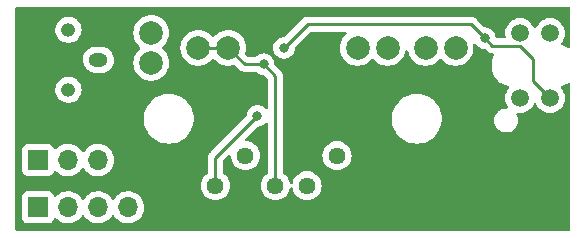
<source format=gbl>
%TF.GenerationSoftware,KiCad,Pcbnew,6.0.2+dfsg-1*%
%TF.CreationDate,2022-08-15T18:10:51-04:00*%
%TF.ProjectId,titan_wheel,74697461-6e5f-4776-9865-656c2e6b6963,1*%
%TF.SameCoordinates,Original*%
%TF.FileFunction,Copper,L2,Bot*%
%TF.FilePolarity,Positive*%
%FSLAX46Y46*%
G04 Gerber Fmt 4.6, Leading zero omitted, Abs format (unit mm)*
G04 Created by KiCad (PCBNEW 6.0.2+dfsg-1) date 2022-08-15 18:10:51*
%MOMM*%
%LPD*%
G01*
G04 APERTURE LIST*
%TA.AperFunction,ComponentPad*%
%ADD10C,2.000000*%
%TD*%
%TA.AperFunction,ComponentPad*%
%ADD11C,1.440000*%
%TD*%
%TA.AperFunction,ComponentPad*%
%ADD12R,1.700000X1.700000*%
%TD*%
%TA.AperFunction,ComponentPad*%
%ADD13O,1.700000X1.700000*%
%TD*%
%TA.AperFunction,ComponentPad*%
%ADD14C,1.500000*%
%TD*%
%TA.AperFunction,ComponentPad*%
%ADD15O,1.600000X1.200000*%
%TD*%
%TA.AperFunction,ComponentPad*%
%ADD16O,1.200000X1.200000*%
%TD*%
%TA.AperFunction,ViaPad*%
%ADD17C,0.800000*%
%TD*%
%TA.AperFunction,Conductor*%
%ADD18C,0.250000*%
%TD*%
G04 APERTURE END LIST*
D10*
X157770000Y-43000000D03*
X155230000Y-43000000D03*
D11*
X150275000Y-54675000D03*
X147735000Y-52135000D03*
X145195000Y-54675000D03*
D12*
X122425000Y-56500000D03*
D13*
X124965000Y-56500000D03*
X127505000Y-56500000D03*
X130045000Y-56500000D03*
X132585000Y-56500000D03*
D10*
X132000000Y-41730000D03*
X132000000Y-44270000D03*
D11*
X142525000Y-54675000D03*
X139985000Y-52135000D03*
X137445000Y-54675000D03*
D10*
X135980000Y-43000000D03*
X138520000Y-43000000D03*
X152020000Y-43000000D03*
X149480000Y-43000000D03*
D12*
X122425000Y-52500000D03*
D13*
X124965000Y-52500000D03*
X127505000Y-52500000D03*
X130045000Y-52500000D03*
D14*
X165770000Y-41750000D03*
X163230000Y-41750000D03*
X165770000Y-47250000D03*
X163230000Y-47250000D03*
D15*
X127540000Y-44000000D03*
D16*
X125000000Y-46540000D03*
X122460000Y-44000000D03*
X125000000Y-41460000D03*
D17*
X141525000Y-44385000D03*
X165750000Y-52325000D03*
X165825000Y-56250000D03*
X160250000Y-43825000D03*
X147225000Y-47500000D03*
X143250000Y-43000000D03*
X160250000Y-42175000D03*
X141000000Y-48750000D03*
D18*
X139905000Y-44385000D02*
X141525000Y-44385000D01*
X142525000Y-45385000D02*
X141525000Y-44385000D01*
X135980000Y-43000000D02*
X138520000Y-43000000D01*
X138520000Y-43000000D02*
X139905000Y-44385000D01*
X142525000Y-54675000D02*
X142525000Y-45385000D01*
X165825000Y-56250000D02*
X165825000Y-52400000D01*
X165825000Y-52400000D02*
X165750000Y-52325000D01*
X164304511Y-45784511D02*
X164304511Y-43907090D01*
X143250000Y-43000000D02*
X145250000Y-41000000D01*
X159075000Y-41000000D02*
X157000000Y-41000000D01*
X145250000Y-41000000D02*
X157000000Y-41000000D01*
X165770000Y-47250000D02*
X164304511Y-45784511D01*
X160899511Y-42824511D02*
X160250000Y-42175000D01*
X163221932Y-42824511D02*
X160899511Y-42824511D01*
X160250000Y-42175000D02*
X159075000Y-41000000D01*
X164304511Y-43907090D02*
X163221932Y-42824511D01*
X137445000Y-52305000D02*
X141000000Y-48750000D01*
X137445000Y-54675000D02*
X137445000Y-52305000D01*
%TA.AperFunction,Conductor*%
G36*
X167434121Y-39528002D02*
G01*
X167480614Y-39581658D01*
X167492000Y-39634000D01*
X167492000Y-42881766D01*
X167471998Y-42949887D01*
X167418342Y-42996380D01*
X167348068Y-43006484D01*
X167300635Y-42989485D01*
X167204578Y-42931196D01*
X167204574Y-42931194D01*
X167200581Y-42928771D01*
X166959545Y-42827697D01*
X166785572Y-42783513D01*
X166724470Y-42747358D01*
X166692616Y-42683909D01*
X166700121Y-42613310D01*
X166727492Y-42572295D01*
X166737749Y-42562038D01*
X166752737Y-42540634D01*
X166860899Y-42386162D01*
X166860900Y-42386160D01*
X166864056Y-42381653D01*
X166866379Y-42376671D01*
X166866382Y-42376666D01*
X166947751Y-42202167D01*
X166957120Y-42182076D01*
X167014115Y-41969371D01*
X167033307Y-41750000D01*
X167014115Y-41530629D01*
X166957120Y-41317924D01*
X166912868Y-41223026D01*
X166866382Y-41123334D01*
X166866379Y-41123329D01*
X166864056Y-41118347D01*
X166814526Y-41047611D01*
X166740908Y-40942473D01*
X166740906Y-40942470D01*
X166737749Y-40937962D01*
X166582038Y-40782251D01*
X166401654Y-40655944D01*
X166202076Y-40562880D01*
X165989371Y-40505885D01*
X165770000Y-40486693D01*
X165550629Y-40505885D01*
X165337924Y-40562880D01*
X165255099Y-40601502D01*
X165143334Y-40653618D01*
X165143329Y-40653621D01*
X165138347Y-40655944D01*
X165133840Y-40659100D01*
X165133838Y-40659101D01*
X164962473Y-40779092D01*
X164962470Y-40779094D01*
X164957962Y-40782251D01*
X164802251Y-40937962D01*
X164799094Y-40942470D01*
X164799092Y-40942473D01*
X164725474Y-41047611D01*
X164675944Y-41118347D01*
X164673621Y-41123329D01*
X164673618Y-41123334D01*
X164630728Y-41215313D01*
X164616187Y-41246498D01*
X164614195Y-41250769D01*
X164567278Y-41304054D01*
X164499001Y-41323515D01*
X164431041Y-41302973D01*
X164385805Y-41250769D01*
X164383814Y-41246498D01*
X164369272Y-41215313D01*
X164326382Y-41123334D01*
X164326379Y-41123329D01*
X164324056Y-41118347D01*
X164274526Y-41047611D01*
X164200908Y-40942473D01*
X164200906Y-40942470D01*
X164197749Y-40937962D01*
X164042038Y-40782251D01*
X163861654Y-40655944D01*
X163662076Y-40562880D01*
X163449371Y-40505885D01*
X163230000Y-40486693D01*
X163010629Y-40505885D01*
X162797924Y-40562880D01*
X162715099Y-40601502D01*
X162603334Y-40653618D01*
X162603329Y-40653621D01*
X162598347Y-40655944D01*
X162593840Y-40659100D01*
X162593838Y-40659101D01*
X162422473Y-40779092D01*
X162422470Y-40779094D01*
X162417962Y-40782251D01*
X162262251Y-40937962D01*
X162259094Y-40942470D01*
X162259092Y-40942473D01*
X162185474Y-41047611D01*
X162135944Y-41118347D01*
X162133621Y-41123329D01*
X162133618Y-41123334D01*
X162087132Y-41223026D01*
X162042880Y-41317924D01*
X161985885Y-41530629D01*
X161966693Y-41750000D01*
X161985885Y-41969371D01*
X161987308Y-41974681D01*
X161987310Y-41974691D01*
X162002773Y-42032399D01*
X162001084Y-42103375D01*
X161961291Y-42162171D01*
X161896027Y-42190120D01*
X161881067Y-42191011D01*
X161278638Y-42191011D01*
X161210517Y-42171009D01*
X161164024Y-42117353D01*
X161153328Y-42078181D01*
X161152842Y-42073552D01*
X161143542Y-41985072D01*
X161084527Y-41803444D01*
X161070435Y-41779035D01*
X160992341Y-41643774D01*
X160989040Y-41638056D01*
X160980331Y-41628383D01*
X160865675Y-41501045D01*
X160865674Y-41501044D01*
X160861253Y-41496134D01*
X160706752Y-41383882D01*
X160700724Y-41381198D01*
X160700722Y-41381197D01*
X160538319Y-41308891D01*
X160538318Y-41308891D01*
X160532288Y-41306206D01*
X160438888Y-41286353D01*
X160351944Y-41267872D01*
X160351939Y-41267872D01*
X160345487Y-41266500D01*
X160289595Y-41266500D01*
X160221474Y-41246498D01*
X160200499Y-41229595D01*
X159578647Y-40607742D01*
X159571113Y-40599463D01*
X159567000Y-40592982D01*
X159517348Y-40546356D01*
X159514507Y-40543602D01*
X159494770Y-40523865D01*
X159491573Y-40521385D01*
X159482551Y-40513680D01*
X159477605Y-40509035D01*
X159450321Y-40483414D01*
X159443375Y-40479595D01*
X159443372Y-40479593D01*
X159432566Y-40473652D01*
X159416047Y-40462801D01*
X159415583Y-40462441D01*
X159400041Y-40450386D01*
X159392772Y-40447241D01*
X159392768Y-40447238D01*
X159359463Y-40432826D01*
X159348813Y-40427609D01*
X159310060Y-40406305D01*
X159290437Y-40401267D01*
X159271734Y-40394863D01*
X159260420Y-40389967D01*
X159260419Y-40389967D01*
X159253145Y-40386819D01*
X159245322Y-40385580D01*
X159245312Y-40385577D01*
X159209476Y-40379901D01*
X159197856Y-40377495D01*
X159162711Y-40368472D01*
X159162710Y-40368472D01*
X159155030Y-40366500D01*
X159134776Y-40366500D01*
X159115065Y-40364949D01*
X159102886Y-40363020D01*
X159095057Y-40361780D01*
X159065786Y-40364547D01*
X159051039Y-40365941D01*
X159039181Y-40366500D01*
X145328767Y-40366500D01*
X145317584Y-40365973D01*
X145310091Y-40364298D01*
X145302165Y-40364547D01*
X145302164Y-40364547D01*
X145242014Y-40366438D01*
X145238055Y-40366500D01*
X145210144Y-40366500D01*
X145206210Y-40366997D01*
X145206209Y-40366997D01*
X145206144Y-40367005D01*
X145194307Y-40367938D01*
X145162490Y-40368938D01*
X145158029Y-40369078D01*
X145150110Y-40369327D01*
X145132454Y-40374456D01*
X145130658Y-40374978D01*
X145111306Y-40378986D01*
X145104350Y-40379865D01*
X145091203Y-40381526D01*
X145083834Y-40384443D01*
X145083832Y-40384444D01*
X145050097Y-40397800D01*
X145038869Y-40401645D01*
X144996407Y-40413982D01*
X144989584Y-40418017D01*
X144989582Y-40418018D01*
X144978972Y-40424293D01*
X144961224Y-40432988D01*
X144942383Y-40440448D01*
X144935967Y-40445110D01*
X144935966Y-40445110D01*
X144906613Y-40466436D01*
X144896693Y-40472952D01*
X144865465Y-40491420D01*
X144865462Y-40491422D01*
X144858638Y-40495458D01*
X144844317Y-40509779D01*
X144829284Y-40522619D01*
X144812893Y-40534528D01*
X144792348Y-40559363D01*
X144784702Y-40568605D01*
X144776712Y-40577384D01*
X143299500Y-42054595D01*
X143237188Y-42088621D01*
X143210405Y-42091500D01*
X143154513Y-42091500D01*
X143148061Y-42092872D01*
X143148056Y-42092872D01*
X143064730Y-42110584D01*
X142967712Y-42131206D01*
X142961682Y-42133891D01*
X142961681Y-42133891D01*
X142799278Y-42206197D01*
X142799276Y-42206198D01*
X142793248Y-42208882D01*
X142638747Y-42321134D01*
X142634326Y-42326044D01*
X142634325Y-42326045D01*
X142531160Y-42440622D01*
X142510960Y-42463056D01*
X142466170Y-42540634D01*
X142424211Y-42613310D01*
X142415473Y-42628444D01*
X142356458Y-42810072D01*
X142355768Y-42816633D01*
X142355768Y-42816635D01*
X142343610Y-42932314D01*
X142336496Y-43000000D01*
X142356458Y-43189928D01*
X142415473Y-43371556D01*
X142418776Y-43377278D01*
X142418777Y-43377279D01*
X142442406Y-43418206D01*
X142510960Y-43536944D01*
X142515378Y-43541851D01*
X142515379Y-43541852D01*
X142596552Y-43632004D01*
X142638747Y-43678866D01*
X142793248Y-43791118D01*
X142799276Y-43793802D01*
X142799278Y-43793803D01*
X142911691Y-43843852D01*
X142967712Y-43868794D01*
X143061112Y-43888647D01*
X143148056Y-43907128D01*
X143148061Y-43907128D01*
X143154513Y-43908500D01*
X143345487Y-43908500D01*
X143351939Y-43907128D01*
X143351944Y-43907128D01*
X143438888Y-43888647D01*
X143532288Y-43868794D01*
X143588309Y-43843852D01*
X143700722Y-43793803D01*
X143700724Y-43793802D01*
X143706752Y-43791118D01*
X143861253Y-43678866D01*
X143903448Y-43632004D01*
X143984621Y-43541852D01*
X143984622Y-43541851D01*
X143989040Y-43536944D01*
X144057594Y-43418206D01*
X144081223Y-43377279D01*
X144081224Y-43377278D01*
X144084527Y-43371556D01*
X144143542Y-43189928D01*
X144160907Y-43024706D01*
X144187920Y-42959050D01*
X144197122Y-42948782D01*
X145475500Y-41670405D01*
X145537812Y-41636379D01*
X145564595Y-41633500D01*
X148415686Y-41633500D01*
X148483807Y-41653502D01*
X148530300Y-41707158D01*
X148540404Y-41777432D01*
X148510910Y-41842012D01*
X148497516Y-41855311D01*
X148413792Y-41926818D01*
X148413787Y-41926823D01*
X148410031Y-41930031D01*
X148255824Y-42110584D01*
X148253245Y-42114792D01*
X148253241Y-42114798D01*
X148169852Y-42250877D01*
X148131760Y-42313037D01*
X148129867Y-42317607D01*
X148129865Y-42317611D01*
X148047490Y-42516483D01*
X148040895Y-42532406D01*
X148031655Y-42570894D01*
X147986976Y-42756997D01*
X147985465Y-42763289D01*
X147966835Y-43000000D01*
X147985465Y-43236711D01*
X147986619Y-43241518D01*
X147986620Y-43241524D01*
X148016329Y-43365271D01*
X148040895Y-43467594D01*
X148042788Y-43472165D01*
X148042789Y-43472167D01*
X148111258Y-43637466D01*
X148131760Y-43686963D01*
X148134346Y-43691183D01*
X148253241Y-43885202D01*
X148253245Y-43885208D01*
X148255824Y-43889416D01*
X148410031Y-44069969D01*
X148590584Y-44224176D01*
X148594792Y-44226755D01*
X148594798Y-44226759D01*
X148782352Y-44341692D01*
X148793037Y-44348240D01*
X148797607Y-44350133D01*
X148797611Y-44350135D01*
X148958945Y-44416961D01*
X149012406Y-44439105D01*
X149090601Y-44457878D01*
X149238476Y-44493380D01*
X149238482Y-44493381D01*
X149243289Y-44494535D01*
X149480000Y-44513165D01*
X149716711Y-44494535D01*
X149721518Y-44493381D01*
X149721524Y-44493380D01*
X149869399Y-44457878D01*
X149947594Y-44439105D01*
X150001055Y-44416961D01*
X150162389Y-44350135D01*
X150162393Y-44350133D01*
X150166963Y-44348240D01*
X150177648Y-44341692D01*
X150365202Y-44226759D01*
X150365208Y-44226755D01*
X150369416Y-44224176D01*
X150549969Y-44069969D01*
X150553177Y-44066213D01*
X150553182Y-44066208D01*
X150654189Y-43947944D01*
X150713639Y-43909134D01*
X150784634Y-43908628D01*
X150845811Y-43947944D01*
X150946818Y-44066208D01*
X150946823Y-44066213D01*
X150950031Y-44069969D01*
X151130584Y-44224176D01*
X151134792Y-44226755D01*
X151134798Y-44226759D01*
X151322352Y-44341692D01*
X151333037Y-44348240D01*
X151337607Y-44350133D01*
X151337611Y-44350135D01*
X151498945Y-44416961D01*
X151552406Y-44439105D01*
X151630601Y-44457878D01*
X151778476Y-44493380D01*
X151778482Y-44493381D01*
X151783289Y-44494535D01*
X152020000Y-44513165D01*
X152256711Y-44494535D01*
X152261518Y-44493381D01*
X152261524Y-44493380D01*
X152409399Y-44457878D01*
X152487594Y-44439105D01*
X152541055Y-44416961D01*
X152702389Y-44350135D01*
X152702393Y-44350133D01*
X152706963Y-44348240D01*
X152717648Y-44341692D01*
X152905202Y-44226759D01*
X152905208Y-44226755D01*
X152909416Y-44224176D01*
X153089969Y-44069969D01*
X153244176Y-43889416D01*
X153246755Y-43885208D01*
X153246759Y-43885202D01*
X153365654Y-43691183D01*
X153368240Y-43686963D01*
X153388743Y-43637466D01*
X153457211Y-43472167D01*
X153457212Y-43472165D01*
X153459105Y-43467594D01*
X153502481Y-43286920D01*
X153537833Y-43225351D01*
X153600860Y-43192668D01*
X153671551Y-43199249D01*
X153727462Y-43243003D01*
X153747519Y-43286920D01*
X153790895Y-43467594D01*
X153792788Y-43472165D01*
X153792789Y-43472167D01*
X153861258Y-43637466D01*
X153881760Y-43686963D01*
X153884346Y-43691183D01*
X154003241Y-43885202D01*
X154003245Y-43885208D01*
X154005824Y-43889416D01*
X154160031Y-44069969D01*
X154340584Y-44224176D01*
X154344792Y-44226755D01*
X154344798Y-44226759D01*
X154532352Y-44341692D01*
X154543037Y-44348240D01*
X154547607Y-44350133D01*
X154547611Y-44350135D01*
X154708945Y-44416961D01*
X154762406Y-44439105D01*
X154840601Y-44457878D01*
X154988476Y-44493380D01*
X154988482Y-44493381D01*
X154993289Y-44494535D01*
X155230000Y-44513165D01*
X155466711Y-44494535D01*
X155471518Y-44493381D01*
X155471524Y-44493380D01*
X155619399Y-44457878D01*
X155697594Y-44439105D01*
X155751055Y-44416961D01*
X155912389Y-44350135D01*
X155912393Y-44350133D01*
X155916963Y-44348240D01*
X155927648Y-44341692D01*
X156115202Y-44226759D01*
X156115208Y-44226755D01*
X156119416Y-44224176D01*
X156299969Y-44069969D01*
X156303177Y-44066213D01*
X156303182Y-44066208D01*
X156404189Y-43947944D01*
X156463639Y-43909134D01*
X156534634Y-43908628D01*
X156595811Y-43947944D01*
X156696818Y-44066208D01*
X156696823Y-44066213D01*
X156700031Y-44069969D01*
X156880584Y-44224176D01*
X156884792Y-44226755D01*
X156884798Y-44226759D01*
X157072352Y-44341692D01*
X157083037Y-44348240D01*
X157087607Y-44350133D01*
X157087611Y-44350135D01*
X157248945Y-44416961D01*
X157302406Y-44439105D01*
X157380601Y-44457878D01*
X157528476Y-44493380D01*
X157528482Y-44493381D01*
X157533289Y-44494535D01*
X157770000Y-44513165D01*
X158006711Y-44494535D01*
X158011518Y-44493381D01*
X158011524Y-44493380D01*
X158159399Y-44457878D01*
X158237594Y-44439105D01*
X158291055Y-44416961D01*
X158452389Y-44350135D01*
X158452393Y-44350133D01*
X158456963Y-44348240D01*
X158467648Y-44341692D01*
X158655202Y-44226759D01*
X158655208Y-44226755D01*
X158659416Y-44224176D01*
X158839969Y-44069969D01*
X158994176Y-43889416D01*
X158996755Y-43885208D01*
X158996759Y-43885202D01*
X159115654Y-43691183D01*
X159118240Y-43686963D01*
X159138743Y-43637466D01*
X159207211Y-43472167D01*
X159207212Y-43472165D01*
X159209105Y-43467594D01*
X159233671Y-43365271D01*
X159263380Y-43241524D01*
X159263381Y-43241518D01*
X159264535Y-43236711D01*
X159283165Y-43000000D01*
X159264652Y-42764777D01*
X159279248Y-42695298D01*
X159329090Y-42644739D01*
X159398355Y-42629152D01*
X159465051Y-42653487D01*
X159499383Y-42691892D01*
X159510960Y-42711944D01*
X159515378Y-42716851D01*
X159515379Y-42716852D01*
X159554241Y-42760013D01*
X159638747Y-42853866D01*
X159710473Y-42905978D01*
X159749810Y-42934558D01*
X159793248Y-42966118D01*
X159799276Y-42968802D01*
X159799278Y-42968803D01*
X159926881Y-43025615D01*
X159967712Y-43043794D01*
X160044877Y-43060196D01*
X160148056Y-43082128D01*
X160148061Y-43082128D01*
X160154513Y-43083500D01*
X160210406Y-43083500D01*
X160278527Y-43103502D01*
X160299501Y-43120405D01*
X160395854Y-43216758D01*
X160403398Y-43225048D01*
X160407511Y-43231529D01*
X160413288Y-43236954D01*
X160457178Y-43278169D01*
X160460020Y-43280924D01*
X160479741Y-43300645D01*
X160482936Y-43303123D01*
X160491958Y-43310829D01*
X160524190Y-43341097D01*
X160531139Y-43344917D01*
X160541943Y-43350857D01*
X160558467Y-43361710D01*
X160574470Y-43374124D01*
X160615054Y-43391687D01*
X160625684Y-43396894D01*
X160664451Y-43418206D01*
X160672128Y-43420177D01*
X160672133Y-43420179D01*
X160684069Y-43423243D01*
X160702777Y-43429648D01*
X160721366Y-43437692D01*
X160729194Y-43438932D01*
X160729201Y-43438934D01*
X160765035Y-43444610D01*
X160776655Y-43447016D01*
X160811800Y-43456039D01*
X160819481Y-43458011D01*
X160839735Y-43458011D01*
X160859445Y-43459562D01*
X160879454Y-43462731D01*
X160887346Y-43461985D01*
X160923472Y-43458570D01*
X160935330Y-43458011D01*
X160950434Y-43458011D01*
X161018555Y-43478013D01*
X161065048Y-43531669D01*
X161075152Y-43601943D01*
X161063440Y-43639739D01*
X160977190Y-43814638D01*
X160964975Y-43839407D01*
X160885293Y-44088335D01*
X160843279Y-44346307D01*
X160843218Y-44350980D01*
X160840618Y-44549632D01*
X160839858Y-44607655D01*
X160875104Y-44866638D01*
X160876412Y-44871124D01*
X160876412Y-44871126D01*
X160893502Y-44929758D01*
X160948243Y-45117567D01*
X161057668Y-45354928D01*
X161060231Y-45358837D01*
X161198410Y-45569596D01*
X161198414Y-45569601D01*
X161200976Y-45573509D01*
X161375018Y-45768506D01*
X161575970Y-45935637D01*
X161605740Y-45953702D01*
X161795422Y-46068804D01*
X161795426Y-46068806D01*
X161799419Y-46071229D01*
X162040455Y-46172303D01*
X162044983Y-46173453D01*
X162214428Y-46216487D01*
X162275530Y-46252642D01*
X162307384Y-46316091D01*
X162299879Y-46386690D01*
X162272508Y-46427705D01*
X162262251Y-46437962D01*
X162259094Y-46442470D01*
X162259092Y-46442473D01*
X162152603Y-46594555D01*
X162135944Y-46618347D01*
X162133621Y-46623329D01*
X162133618Y-46623334D01*
X162093960Y-46708383D01*
X162042880Y-46817924D01*
X161985885Y-47030629D01*
X161966693Y-47250000D01*
X161985885Y-47469371D01*
X162042880Y-47682076D01*
X162045205Y-47687061D01*
X162133618Y-47876666D01*
X162133621Y-47876671D01*
X162135944Y-47881653D01*
X162139100Y-47886160D01*
X162139101Y-47886162D01*
X162179060Y-47943229D01*
X162201748Y-48010503D01*
X162184463Y-48079364D01*
X162132693Y-48127948D01*
X162075847Y-48141500D01*
X162000231Y-48141500D01*
X161997175Y-48141800D01*
X161997168Y-48141800D01*
X161938660Y-48147537D01*
X161853167Y-48155920D01*
X161847266Y-48157702D01*
X161847264Y-48157702D01*
X161810662Y-48168753D01*
X161663831Y-48213084D01*
X161489204Y-48305934D01*
X161407315Y-48372721D01*
X161340713Y-48427040D01*
X161340710Y-48427043D01*
X161335938Y-48430935D01*
X161332011Y-48435682D01*
X161332009Y-48435684D01*
X161213799Y-48578575D01*
X161213797Y-48578579D01*
X161209870Y-48583325D01*
X161115802Y-48757299D01*
X161057318Y-48946232D01*
X161036645Y-49142925D01*
X161054570Y-49339888D01*
X161110410Y-49529619D01*
X161113263Y-49535077D01*
X161113265Y-49535081D01*
X161155626Y-49616109D01*
X161202040Y-49704890D01*
X161325968Y-49859025D01*
X161330692Y-49862989D01*
X161337933Y-49869065D01*
X161477474Y-49986154D01*
X161482872Y-49989121D01*
X161482877Y-49989125D01*
X161626180Y-50067905D01*
X161650787Y-50081433D01*
X161656654Y-50083294D01*
X161656656Y-50083295D01*
X161833436Y-50139373D01*
X161839306Y-50141235D01*
X161993227Y-50158500D01*
X162099769Y-50158500D01*
X162102825Y-50158200D01*
X162102832Y-50158200D01*
X162161340Y-50152463D01*
X162246833Y-50144080D01*
X162252734Y-50142298D01*
X162252736Y-50142298D01*
X162326053Y-50120162D01*
X162436169Y-50086916D01*
X162610796Y-49994066D01*
X162697062Y-49923709D01*
X162759287Y-49872960D01*
X162759290Y-49872957D01*
X162764062Y-49869065D01*
X162776344Y-49854219D01*
X162886201Y-49721425D01*
X162886203Y-49721421D01*
X162890130Y-49716675D01*
X162984198Y-49542701D01*
X163042682Y-49353768D01*
X163045778Y-49324311D01*
X163062711Y-49163204D01*
X163062711Y-49163202D01*
X163063355Y-49157075D01*
X163045430Y-48960112D01*
X163041340Y-48946213D01*
X162991330Y-48776294D01*
X162989590Y-48770381D01*
X162986735Y-48764920D01*
X162986733Y-48764915D01*
X162943856Y-48682899D01*
X162930022Y-48613264D01*
X162956032Y-48547203D01*
X163013628Y-48505691D01*
X163066499Y-48499003D01*
X163224525Y-48512828D01*
X163230000Y-48513307D01*
X163449371Y-48494115D01*
X163662076Y-48437120D01*
X163861654Y-48344056D01*
X164042038Y-48217749D01*
X164197749Y-48062038D01*
X164212814Y-48040524D01*
X164320899Y-47886162D01*
X164320900Y-47886160D01*
X164324056Y-47881653D01*
X164326379Y-47876671D01*
X164326382Y-47876666D01*
X164385805Y-47749231D01*
X164432722Y-47695946D01*
X164500999Y-47676485D01*
X164568959Y-47697027D01*
X164614195Y-47749231D01*
X164673618Y-47876666D01*
X164673621Y-47876671D01*
X164675944Y-47881653D01*
X164679100Y-47886160D01*
X164679101Y-47886162D01*
X164787187Y-48040524D01*
X164802251Y-48062038D01*
X164957962Y-48217749D01*
X165138346Y-48344056D01*
X165337924Y-48437120D01*
X165550629Y-48494115D01*
X165770000Y-48513307D01*
X165989371Y-48494115D01*
X166202076Y-48437120D01*
X166401654Y-48344056D01*
X166582038Y-48217749D01*
X166737749Y-48062038D01*
X166752814Y-48040524D01*
X166860899Y-47886162D01*
X166860900Y-47886160D01*
X166864056Y-47881653D01*
X166866379Y-47876671D01*
X166866382Y-47876666D01*
X166954795Y-47687061D01*
X166957120Y-47682076D01*
X167014115Y-47469371D01*
X167033307Y-47250000D01*
X167014115Y-47030629D01*
X166957120Y-46817924D01*
X166906040Y-46708383D01*
X166866382Y-46623334D01*
X166866379Y-46623329D01*
X166864056Y-46618347D01*
X166847397Y-46594555D01*
X166740908Y-46442473D01*
X166740906Y-46442470D01*
X166737749Y-46437962D01*
X166726963Y-46427176D01*
X166692937Y-46364864D01*
X166698002Y-46294049D01*
X166740549Y-46237213D01*
X166788249Y-46215189D01*
X166915577Y-46186377D01*
X166919931Y-46184684D01*
X167154824Y-46093340D01*
X167154827Y-46093339D01*
X167159177Y-46091647D01*
X167191736Y-46073038D01*
X167303477Y-46009173D01*
X167372545Y-45992736D01*
X167439534Y-46016249D01*
X167483178Y-46072248D01*
X167492000Y-46118566D01*
X167492000Y-58366000D01*
X167471998Y-58434121D01*
X167418342Y-58480614D01*
X167366000Y-58492000D01*
X120634000Y-58492000D01*
X120565879Y-58471998D01*
X120519386Y-58418342D01*
X120508000Y-58366000D01*
X120508000Y-57398134D01*
X121066500Y-57398134D01*
X121073255Y-57460316D01*
X121124385Y-57596705D01*
X121211739Y-57713261D01*
X121328295Y-57800615D01*
X121464684Y-57851745D01*
X121526866Y-57858500D01*
X123323134Y-57858500D01*
X123385316Y-57851745D01*
X123521705Y-57800615D01*
X123638261Y-57713261D01*
X123725615Y-57596705D01*
X123747799Y-57537529D01*
X123769598Y-57479382D01*
X123812240Y-57422618D01*
X123878802Y-57397918D01*
X123948150Y-57413126D01*
X123982817Y-57441114D01*
X124011250Y-57473938D01*
X124183126Y-57616632D01*
X124376000Y-57729338D01*
X124584692Y-57809030D01*
X124589760Y-57810061D01*
X124589763Y-57810062D01*
X124697017Y-57831883D01*
X124803597Y-57853567D01*
X124808772Y-57853757D01*
X124808774Y-57853757D01*
X125021673Y-57861564D01*
X125021677Y-57861564D01*
X125026837Y-57861753D01*
X125031957Y-57861097D01*
X125031959Y-57861097D01*
X125243288Y-57834025D01*
X125243289Y-57834025D01*
X125248416Y-57833368D01*
X125253366Y-57831883D01*
X125457429Y-57770661D01*
X125457434Y-57770659D01*
X125462384Y-57769174D01*
X125662994Y-57670896D01*
X125844860Y-57541173D01*
X126003096Y-57383489D01*
X126133453Y-57202077D01*
X126134776Y-57203028D01*
X126181645Y-57159857D01*
X126251580Y-57147625D01*
X126317026Y-57175144D01*
X126344875Y-57206994D01*
X126404987Y-57305088D01*
X126551250Y-57473938D01*
X126723126Y-57616632D01*
X126916000Y-57729338D01*
X127124692Y-57809030D01*
X127129760Y-57810061D01*
X127129763Y-57810062D01*
X127237017Y-57831883D01*
X127343597Y-57853567D01*
X127348772Y-57853757D01*
X127348774Y-57853757D01*
X127561673Y-57861564D01*
X127561677Y-57861564D01*
X127566837Y-57861753D01*
X127571957Y-57861097D01*
X127571959Y-57861097D01*
X127783288Y-57834025D01*
X127783289Y-57834025D01*
X127788416Y-57833368D01*
X127793366Y-57831883D01*
X127997429Y-57770661D01*
X127997434Y-57770659D01*
X128002384Y-57769174D01*
X128202994Y-57670896D01*
X128384860Y-57541173D01*
X128543096Y-57383489D01*
X128673453Y-57202077D01*
X128674776Y-57203028D01*
X128721645Y-57159857D01*
X128791580Y-57147625D01*
X128857026Y-57175144D01*
X128884875Y-57206994D01*
X128944987Y-57305088D01*
X129091250Y-57473938D01*
X129263126Y-57616632D01*
X129456000Y-57729338D01*
X129664692Y-57809030D01*
X129669760Y-57810061D01*
X129669763Y-57810062D01*
X129777017Y-57831883D01*
X129883597Y-57853567D01*
X129888772Y-57853757D01*
X129888774Y-57853757D01*
X130101673Y-57861564D01*
X130101677Y-57861564D01*
X130106837Y-57861753D01*
X130111957Y-57861097D01*
X130111959Y-57861097D01*
X130323288Y-57834025D01*
X130323289Y-57834025D01*
X130328416Y-57833368D01*
X130333366Y-57831883D01*
X130537429Y-57770661D01*
X130537434Y-57770659D01*
X130542384Y-57769174D01*
X130742994Y-57670896D01*
X130924860Y-57541173D01*
X131083096Y-57383489D01*
X131213453Y-57202077D01*
X131234320Y-57159857D01*
X131310136Y-57006453D01*
X131310137Y-57006451D01*
X131312430Y-57001811D01*
X131377370Y-56788069D01*
X131406529Y-56566590D01*
X131408156Y-56500000D01*
X131389852Y-56277361D01*
X131335431Y-56060702D01*
X131246354Y-55855840D01*
X131125014Y-55668277D01*
X130974670Y-55503051D01*
X130970619Y-55499852D01*
X130970615Y-55499848D01*
X130803414Y-55367800D01*
X130803410Y-55367798D01*
X130799359Y-55364598D01*
X130603789Y-55256638D01*
X130598920Y-55254914D01*
X130598916Y-55254912D01*
X130398087Y-55183795D01*
X130398083Y-55183794D01*
X130393212Y-55182069D01*
X130388119Y-55181162D01*
X130388116Y-55181161D01*
X130178373Y-55143800D01*
X130178367Y-55143799D01*
X130173284Y-55142894D01*
X130099452Y-55141992D01*
X129955081Y-55140228D01*
X129955079Y-55140228D01*
X129949911Y-55140165D01*
X129729091Y-55173955D01*
X129516756Y-55243357D01*
X129318607Y-55346507D01*
X129314474Y-55349610D01*
X129314471Y-55349612D01*
X129157218Y-55467681D01*
X129139965Y-55480635D01*
X129136393Y-55484373D01*
X129004071Y-55622840D01*
X128985629Y-55642138D01*
X128878201Y-55799621D01*
X128823293Y-55844621D01*
X128752768Y-55852792D01*
X128689021Y-55821538D01*
X128668324Y-55797054D01*
X128587822Y-55672617D01*
X128587820Y-55672614D01*
X128585014Y-55668277D01*
X128434670Y-55503051D01*
X128430619Y-55499852D01*
X128430615Y-55499848D01*
X128263414Y-55367800D01*
X128263410Y-55367798D01*
X128259359Y-55364598D01*
X128063789Y-55256638D01*
X128058920Y-55254914D01*
X128058916Y-55254912D01*
X127858087Y-55183795D01*
X127858083Y-55183794D01*
X127853212Y-55182069D01*
X127848119Y-55181162D01*
X127848116Y-55181161D01*
X127638373Y-55143800D01*
X127638367Y-55143799D01*
X127633284Y-55142894D01*
X127559452Y-55141992D01*
X127415081Y-55140228D01*
X127415079Y-55140228D01*
X127409911Y-55140165D01*
X127189091Y-55173955D01*
X126976756Y-55243357D01*
X126778607Y-55346507D01*
X126774474Y-55349610D01*
X126774471Y-55349612D01*
X126617218Y-55467681D01*
X126599965Y-55480635D01*
X126596393Y-55484373D01*
X126464071Y-55622840D01*
X126445629Y-55642138D01*
X126338201Y-55799621D01*
X126283293Y-55844621D01*
X126212768Y-55852792D01*
X126149021Y-55821538D01*
X126128324Y-55797054D01*
X126047822Y-55672617D01*
X126047820Y-55672614D01*
X126045014Y-55668277D01*
X125894670Y-55503051D01*
X125890619Y-55499852D01*
X125890615Y-55499848D01*
X125723414Y-55367800D01*
X125723410Y-55367798D01*
X125719359Y-55364598D01*
X125523789Y-55256638D01*
X125518920Y-55254914D01*
X125518916Y-55254912D01*
X125318087Y-55183795D01*
X125318083Y-55183794D01*
X125313212Y-55182069D01*
X125308119Y-55181162D01*
X125308116Y-55181161D01*
X125098373Y-55143800D01*
X125098367Y-55143799D01*
X125093284Y-55142894D01*
X125019452Y-55141992D01*
X124875081Y-55140228D01*
X124875079Y-55140228D01*
X124869911Y-55140165D01*
X124649091Y-55173955D01*
X124436756Y-55243357D01*
X124238607Y-55346507D01*
X124234474Y-55349610D01*
X124234471Y-55349612D01*
X124077218Y-55467681D01*
X124059965Y-55480635D01*
X124003537Y-55539684D01*
X123979283Y-55565064D01*
X123917759Y-55600494D01*
X123846846Y-55597037D01*
X123789060Y-55555791D01*
X123770207Y-55522243D01*
X123728767Y-55411703D01*
X123725615Y-55403295D01*
X123638261Y-55286739D01*
X123521705Y-55199385D01*
X123385316Y-55148255D01*
X123323134Y-55141500D01*
X121526866Y-55141500D01*
X121464684Y-55148255D01*
X121328295Y-55199385D01*
X121211739Y-55286739D01*
X121124385Y-55403295D01*
X121073255Y-55539684D01*
X121066500Y-55601866D01*
X121066500Y-57398134D01*
X120508000Y-57398134D01*
X120508000Y-53398134D01*
X121066500Y-53398134D01*
X121073255Y-53460316D01*
X121124385Y-53596705D01*
X121211739Y-53713261D01*
X121328295Y-53800615D01*
X121464684Y-53851745D01*
X121526866Y-53858500D01*
X123323134Y-53858500D01*
X123385316Y-53851745D01*
X123521705Y-53800615D01*
X123638261Y-53713261D01*
X123725615Y-53596705D01*
X123730346Y-53584086D01*
X123769598Y-53479382D01*
X123812240Y-53422618D01*
X123878802Y-53397918D01*
X123948150Y-53413126D01*
X123982817Y-53441114D01*
X124011250Y-53473938D01*
X124183126Y-53616632D01*
X124376000Y-53729338D01*
X124584692Y-53809030D01*
X124589760Y-53810061D01*
X124589763Y-53810062D01*
X124697017Y-53831883D01*
X124803597Y-53853567D01*
X124808772Y-53853757D01*
X124808774Y-53853757D01*
X125021673Y-53861564D01*
X125021677Y-53861564D01*
X125026837Y-53861753D01*
X125031957Y-53861097D01*
X125031959Y-53861097D01*
X125243288Y-53834025D01*
X125243289Y-53834025D01*
X125248416Y-53833368D01*
X125253366Y-53831883D01*
X125457429Y-53770661D01*
X125457434Y-53770659D01*
X125462384Y-53769174D01*
X125662994Y-53670896D01*
X125844860Y-53541173D01*
X125867612Y-53518501D01*
X125988616Y-53397918D01*
X126003096Y-53383489D01*
X126014432Y-53367714D01*
X126133453Y-53202077D01*
X126134776Y-53203028D01*
X126181645Y-53159857D01*
X126251580Y-53147625D01*
X126317026Y-53175144D01*
X126344875Y-53206994D01*
X126404987Y-53305088D01*
X126551250Y-53473938D01*
X126723126Y-53616632D01*
X126916000Y-53729338D01*
X127124692Y-53809030D01*
X127129760Y-53810061D01*
X127129763Y-53810062D01*
X127237017Y-53831883D01*
X127343597Y-53853567D01*
X127348772Y-53853757D01*
X127348774Y-53853757D01*
X127561673Y-53861564D01*
X127561677Y-53861564D01*
X127566837Y-53861753D01*
X127571957Y-53861097D01*
X127571959Y-53861097D01*
X127783288Y-53834025D01*
X127783289Y-53834025D01*
X127788416Y-53833368D01*
X127793366Y-53831883D01*
X127997429Y-53770661D01*
X127997434Y-53770659D01*
X128002384Y-53769174D01*
X128202994Y-53670896D01*
X128384860Y-53541173D01*
X128407612Y-53518501D01*
X128528616Y-53397918D01*
X128543096Y-53383489D01*
X128554432Y-53367714D01*
X128670435Y-53206277D01*
X128673453Y-53202077D01*
X128694320Y-53159857D01*
X128770136Y-53006453D01*
X128770137Y-53006451D01*
X128772430Y-53001811D01*
X128837370Y-52788069D01*
X128866529Y-52566590D01*
X128866769Y-52556777D01*
X128868074Y-52503365D01*
X128868074Y-52503361D01*
X128868156Y-52500000D01*
X128849852Y-52277361D01*
X128795431Y-52060702D01*
X128706354Y-51855840D01*
X128585014Y-51668277D01*
X128434670Y-51503051D01*
X128430619Y-51499852D01*
X128430615Y-51499848D01*
X128263414Y-51367800D01*
X128263410Y-51367798D01*
X128259359Y-51364598D01*
X128219001Y-51342319D01*
X128207136Y-51335769D01*
X128063789Y-51256638D01*
X128058920Y-51254914D01*
X128058916Y-51254912D01*
X127858087Y-51183795D01*
X127858083Y-51183794D01*
X127853212Y-51182069D01*
X127848119Y-51181162D01*
X127848116Y-51181161D01*
X127638373Y-51143800D01*
X127638367Y-51143799D01*
X127633284Y-51142894D01*
X127559452Y-51141992D01*
X127415081Y-51140228D01*
X127415079Y-51140228D01*
X127409911Y-51140165D01*
X127189091Y-51173955D01*
X126976756Y-51243357D01*
X126778607Y-51346507D01*
X126774474Y-51349610D01*
X126774471Y-51349612D01*
X126604100Y-51477530D01*
X126599965Y-51480635D01*
X126596393Y-51484373D01*
X126488729Y-51597037D01*
X126445629Y-51642138D01*
X126338201Y-51799621D01*
X126283293Y-51844621D01*
X126212768Y-51852792D01*
X126149021Y-51821538D01*
X126128324Y-51797054D01*
X126047822Y-51672617D01*
X126047820Y-51672614D01*
X126045014Y-51668277D01*
X125894670Y-51503051D01*
X125890619Y-51499852D01*
X125890615Y-51499848D01*
X125723414Y-51367800D01*
X125723410Y-51367798D01*
X125719359Y-51364598D01*
X125679001Y-51342319D01*
X125667136Y-51335769D01*
X125523789Y-51256638D01*
X125518920Y-51254914D01*
X125518916Y-51254912D01*
X125318087Y-51183795D01*
X125318083Y-51183794D01*
X125313212Y-51182069D01*
X125308119Y-51181162D01*
X125308116Y-51181161D01*
X125098373Y-51143800D01*
X125098367Y-51143799D01*
X125093284Y-51142894D01*
X125019452Y-51141992D01*
X124875081Y-51140228D01*
X124875079Y-51140228D01*
X124869911Y-51140165D01*
X124649091Y-51173955D01*
X124436756Y-51243357D01*
X124238607Y-51346507D01*
X124234474Y-51349610D01*
X124234471Y-51349612D01*
X124064100Y-51477530D01*
X124059965Y-51480635D01*
X124003537Y-51539684D01*
X123979283Y-51565064D01*
X123917759Y-51600494D01*
X123846846Y-51597037D01*
X123789060Y-51555791D01*
X123770207Y-51522243D01*
X123728767Y-51411703D01*
X123725615Y-51403295D01*
X123638261Y-51286739D01*
X123521705Y-51199385D01*
X123385316Y-51148255D01*
X123323134Y-51141500D01*
X121526866Y-51141500D01*
X121464684Y-51148255D01*
X121328295Y-51199385D01*
X121211739Y-51286739D01*
X121124385Y-51403295D01*
X121073255Y-51539684D01*
X121066500Y-51601866D01*
X121066500Y-53398134D01*
X120508000Y-53398134D01*
X120508000Y-49132703D01*
X131390743Y-49132703D01*
X131391302Y-49136947D01*
X131391302Y-49136951D01*
X131407810Y-49262340D01*
X131428268Y-49417734D01*
X131429401Y-49421874D01*
X131429401Y-49421876D01*
X131432376Y-49432749D01*
X131504129Y-49695036D01*
X131505813Y-49698984D01*
X131580021Y-49872960D01*
X131616923Y-49959476D01*
X131634668Y-49989125D01*
X131725704Y-50141235D01*
X131764561Y-50206161D01*
X131944313Y-50430528D01*
X132152851Y-50628423D01*
X132386317Y-50796186D01*
X132390112Y-50798195D01*
X132390113Y-50798196D01*
X132411869Y-50809715D01*
X132640392Y-50930712D01*
X132910373Y-51029511D01*
X133191264Y-51090755D01*
X133219841Y-51093004D01*
X133414282Y-51108307D01*
X133414291Y-51108307D01*
X133416739Y-51108500D01*
X133572271Y-51108500D01*
X133574407Y-51108354D01*
X133574418Y-51108354D01*
X133782548Y-51094165D01*
X133782554Y-51094164D01*
X133786825Y-51093873D01*
X133791020Y-51093004D01*
X133791022Y-51093004D01*
X133927692Y-51064701D01*
X134068342Y-51035574D01*
X134339343Y-50939607D01*
X134594812Y-50807750D01*
X134598313Y-50805289D01*
X134598317Y-50805287D01*
X134760418Y-50691360D01*
X134830023Y-50642441D01*
X135040622Y-50446740D01*
X135222713Y-50224268D01*
X135372927Y-49979142D01*
X135488483Y-49715898D01*
X135493174Y-49699432D01*
X135537820Y-49542701D01*
X135567244Y-49439406D01*
X135607751Y-49154784D01*
X135607814Y-49142925D01*
X135609235Y-48871583D01*
X135609235Y-48871576D01*
X135609257Y-48867297D01*
X135600558Y-48801217D01*
X135590562Y-48725292D01*
X135571732Y-48582266D01*
X135565661Y-48560072D01*
X135529267Y-48427040D01*
X135495871Y-48304964D01*
X135454575Y-48208148D01*
X135384763Y-48044476D01*
X135384761Y-48044472D01*
X135383077Y-48040524D01*
X135235439Y-47793839D01*
X135055687Y-47569472D01*
X134932289Y-47452372D01*
X134850258Y-47374527D01*
X134850255Y-47374525D01*
X134847149Y-47371577D01*
X134613683Y-47203814D01*
X134591843Y-47192250D01*
X134541328Y-47165504D01*
X134359608Y-47069288D01*
X134089627Y-46970489D01*
X133808736Y-46909245D01*
X133777685Y-46906801D01*
X133585718Y-46891693D01*
X133585709Y-46891693D01*
X133583261Y-46891500D01*
X133427729Y-46891500D01*
X133425593Y-46891646D01*
X133425582Y-46891646D01*
X133217452Y-46905835D01*
X133217446Y-46905836D01*
X133213175Y-46906127D01*
X133208980Y-46906996D01*
X133208978Y-46906996D01*
X133072417Y-46935276D01*
X132931658Y-46964426D01*
X132660657Y-47060393D01*
X132656848Y-47062359D01*
X132457008Y-47165504D01*
X132405188Y-47192250D01*
X132401687Y-47194711D01*
X132401683Y-47194713D01*
X132391594Y-47201804D01*
X132169977Y-47357559D01*
X132154892Y-47371577D01*
X131994501Y-47520622D01*
X131959378Y-47553260D01*
X131777287Y-47775732D01*
X131627073Y-48020858D01*
X131625347Y-48024791D01*
X131625346Y-48024792D01*
X131542704Y-48213056D01*
X131511517Y-48284102D01*
X131432756Y-48560594D01*
X131392249Y-48845216D01*
X131392227Y-48849505D01*
X131392226Y-48849512D01*
X131390801Y-49121556D01*
X131390743Y-49132703D01*
X120508000Y-49132703D01*
X120508000Y-46510859D01*
X123887132Y-46510859D01*
X123900457Y-46714151D01*
X123950605Y-46911610D01*
X124035898Y-47096624D01*
X124153479Y-47262997D01*
X124299410Y-47405157D01*
X124304206Y-47408362D01*
X124304209Y-47408364D01*
X124372149Y-47453760D01*
X124468803Y-47518342D01*
X124474106Y-47520620D01*
X124474109Y-47520622D01*
X124595589Y-47572814D01*
X124655987Y-47598763D01*
X124728817Y-47615243D01*
X124849055Y-47642450D01*
X124849060Y-47642451D01*
X124854692Y-47643725D01*
X124860463Y-47643952D01*
X124860465Y-47643952D01*
X124923470Y-47646427D01*
X125058263Y-47651723D01*
X125259883Y-47622490D01*
X125265347Y-47620635D01*
X125265352Y-47620634D01*
X125447327Y-47558862D01*
X125447332Y-47558860D01*
X125452799Y-47557004D01*
X125459485Y-47553260D01*
X125599797Y-47474681D01*
X125630551Y-47457458D01*
X125787186Y-47327186D01*
X125917458Y-47170551D01*
X126017004Y-46992799D01*
X126018860Y-46987332D01*
X126018862Y-46987327D01*
X126080634Y-46805352D01*
X126080635Y-46805347D01*
X126082490Y-46799883D01*
X126111723Y-46598263D01*
X126113249Y-46540000D01*
X126094608Y-46337126D01*
X126093040Y-46331566D01*
X126040875Y-46146606D01*
X126040874Y-46146604D01*
X126039307Y-46141047D01*
X126028680Y-46119496D01*
X125951756Y-45963510D01*
X125949201Y-45958329D01*
X125930796Y-45933681D01*
X125830758Y-45799715D01*
X125830758Y-45799714D01*
X125827305Y-45795091D01*
X125723997Y-45699594D01*
X125681943Y-45660719D01*
X125681940Y-45660717D01*
X125677703Y-45656800D01*
X125551229Y-45577001D01*
X125510288Y-45551169D01*
X125510283Y-45551167D01*
X125505404Y-45548088D01*
X125316180Y-45472595D01*
X125116366Y-45432849D01*
X125110592Y-45432773D01*
X125110588Y-45432773D01*
X125007452Y-45431424D01*
X124912655Y-45430183D01*
X124906958Y-45431162D01*
X124906957Y-45431162D01*
X124717567Y-45463705D01*
X124711870Y-45464684D01*
X124520734Y-45535198D01*
X124345649Y-45639363D01*
X124192478Y-45773690D01*
X124188911Y-45778215D01*
X124188906Y-45778220D01*
X124159972Y-45814923D01*
X124066351Y-45933681D01*
X124063662Y-45938792D01*
X124063660Y-45938795D01*
X124026633Y-46009173D01*
X123971492Y-46113978D01*
X123939662Y-46216487D01*
X123915579Y-46294049D01*
X123911078Y-46308543D01*
X123887132Y-46510859D01*
X120508000Y-46510859D01*
X120508000Y-43945604D01*
X126227787Y-43945604D01*
X126237567Y-44156899D01*
X126287125Y-44362534D01*
X126289607Y-44367992D01*
X126289608Y-44367996D01*
X126333053Y-44463546D01*
X126374674Y-44555087D01*
X126497054Y-44727611D01*
X126649850Y-44873881D01*
X126827548Y-44988620D01*
X126868438Y-45005099D01*
X127018168Y-45065442D01*
X127018171Y-45065443D01*
X127023737Y-45067686D01*
X127231337Y-45108228D01*
X127236899Y-45108500D01*
X127792846Y-45108500D01*
X127950566Y-45093452D01*
X128153534Y-45033908D01*
X128174286Y-45023220D01*
X128336249Y-44939804D01*
X128336252Y-44939802D01*
X128341580Y-44937058D01*
X128507920Y-44806396D01*
X128511852Y-44801865D01*
X128511855Y-44801862D01*
X128642621Y-44651167D01*
X128646552Y-44646637D01*
X128649552Y-44641451D01*
X128649555Y-44641447D01*
X128749467Y-44468742D01*
X128752473Y-44463546D01*
X128819683Y-44270000D01*
X130486835Y-44270000D01*
X130505465Y-44506711D01*
X130506619Y-44511518D01*
X130506620Y-44511524D01*
X130529699Y-44607655D01*
X130560895Y-44737594D01*
X130562788Y-44742165D01*
X130562789Y-44742167D01*
X130644653Y-44939804D01*
X130651760Y-44956963D01*
X130654346Y-44961183D01*
X130773241Y-45155202D01*
X130773245Y-45155208D01*
X130775824Y-45159416D01*
X130930031Y-45339969D01*
X131110584Y-45494176D01*
X131114792Y-45496755D01*
X131114798Y-45496759D01*
X131240043Y-45573509D01*
X131313037Y-45618240D01*
X131317607Y-45620133D01*
X131317611Y-45620135D01*
X131509444Y-45699594D01*
X131532406Y-45709105D01*
X131612609Y-45728360D01*
X131758476Y-45763380D01*
X131758482Y-45763381D01*
X131763289Y-45764535D01*
X132000000Y-45783165D01*
X132236711Y-45764535D01*
X132241518Y-45763381D01*
X132241524Y-45763380D01*
X132387391Y-45728360D01*
X132467594Y-45709105D01*
X132490556Y-45699594D01*
X132682389Y-45620135D01*
X132682393Y-45620133D01*
X132686963Y-45618240D01*
X132759957Y-45573509D01*
X132885202Y-45496759D01*
X132885208Y-45496755D01*
X132889416Y-45494176D01*
X133069969Y-45339969D01*
X133224176Y-45159416D01*
X133226755Y-45155208D01*
X133226759Y-45155202D01*
X133345654Y-44961183D01*
X133348240Y-44956963D01*
X133355348Y-44939804D01*
X133437211Y-44742167D01*
X133437212Y-44742165D01*
X133439105Y-44737594D01*
X133470301Y-44607655D01*
X133493380Y-44511524D01*
X133493381Y-44511518D01*
X133494535Y-44506711D01*
X133513165Y-44270000D01*
X133494535Y-44033289D01*
X133474924Y-43951601D01*
X133450313Y-43849091D01*
X133439105Y-43802406D01*
X133435542Y-43793803D01*
X133350135Y-43587611D01*
X133350133Y-43587607D01*
X133348240Y-43583037D01*
X133319694Y-43536454D01*
X133226759Y-43384798D01*
X133226755Y-43384792D01*
X133224176Y-43380584D01*
X133069969Y-43200031D01*
X133066213Y-43196823D01*
X133066208Y-43196818D01*
X132947944Y-43095811D01*
X132909134Y-43036361D01*
X132908875Y-43000000D01*
X134466835Y-43000000D01*
X134485465Y-43236711D01*
X134486619Y-43241518D01*
X134486620Y-43241524D01*
X134516329Y-43365271D01*
X134540895Y-43467594D01*
X134542788Y-43472165D01*
X134542789Y-43472167D01*
X134611258Y-43637466D01*
X134631760Y-43686963D01*
X134634346Y-43691183D01*
X134753241Y-43885202D01*
X134753245Y-43885208D01*
X134755824Y-43889416D01*
X134910031Y-44069969D01*
X135090584Y-44224176D01*
X135094792Y-44226755D01*
X135094798Y-44226759D01*
X135282352Y-44341692D01*
X135293037Y-44348240D01*
X135297607Y-44350133D01*
X135297611Y-44350135D01*
X135458945Y-44416961D01*
X135512406Y-44439105D01*
X135590601Y-44457878D01*
X135738476Y-44493380D01*
X135738482Y-44493381D01*
X135743289Y-44494535D01*
X135980000Y-44513165D01*
X136216711Y-44494535D01*
X136221518Y-44493381D01*
X136221524Y-44493380D01*
X136369399Y-44457878D01*
X136447594Y-44439105D01*
X136501055Y-44416961D01*
X136662389Y-44350135D01*
X136662393Y-44350133D01*
X136666963Y-44348240D01*
X136677648Y-44341692D01*
X136865202Y-44226759D01*
X136865208Y-44226755D01*
X136869416Y-44224176D01*
X137049969Y-44069969D01*
X137053177Y-44066213D01*
X137053182Y-44066208D01*
X137154189Y-43947944D01*
X137213639Y-43909134D01*
X137284634Y-43908628D01*
X137345811Y-43947944D01*
X137446818Y-44066208D01*
X137446823Y-44066213D01*
X137450031Y-44069969D01*
X137630584Y-44224176D01*
X137634792Y-44226755D01*
X137634798Y-44226759D01*
X137822352Y-44341692D01*
X137833037Y-44348240D01*
X137837607Y-44350133D01*
X137837611Y-44350135D01*
X137998945Y-44416961D01*
X138052406Y-44439105D01*
X138130601Y-44457878D01*
X138278476Y-44493380D01*
X138278482Y-44493381D01*
X138283289Y-44494535D01*
X138520000Y-44513165D01*
X138756711Y-44494535D01*
X138761518Y-44493381D01*
X138761524Y-44493380D01*
X138965176Y-44444487D01*
X138979951Y-44440940D01*
X139050858Y-44444487D01*
X139098459Y-44474364D01*
X139401348Y-44777253D01*
X139408888Y-44785539D01*
X139413000Y-44792018D01*
X139418777Y-44797443D01*
X139462651Y-44838643D01*
X139465493Y-44841398D01*
X139485230Y-44861135D01*
X139488427Y-44863615D01*
X139497447Y-44871318D01*
X139529679Y-44901586D01*
X139536625Y-44905405D01*
X139536628Y-44905407D01*
X139547434Y-44911348D01*
X139563953Y-44922199D01*
X139579959Y-44934614D01*
X139587228Y-44937759D01*
X139587232Y-44937762D01*
X139620537Y-44952174D01*
X139631187Y-44957391D01*
X139669940Y-44978695D01*
X139677615Y-44980666D01*
X139677616Y-44980666D01*
X139689562Y-44983733D01*
X139708266Y-44990137D01*
X139716357Y-44993638D01*
X139726855Y-44998181D01*
X139734678Y-44999420D01*
X139734688Y-44999423D01*
X139770524Y-45005099D01*
X139782144Y-45007505D01*
X139817289Y-45016528D01*
X139824970Y-45018500D01*
X139845224Y-45018500D01*
X139864934Y-45020051D01*
X139884943Y-45023220D01*
X139892835Y-45022474D01*
X139928961Y-45019059D01*
X139940819Y-45018500D01*
X140816800Y-45018500D01*
X140884921Y-45038502D01*
X140904147Y-45054843D01*
X140904420Y-45054540D01*
X140909332Y-45058963D01*
X140913747Y-45063866D01*
X140919086Y-45067745D01*
X141050434Y-45163175D01*
X141068248Y-45176118D01*
X141074276Y-45178802D01*
X141074278Y-45178803D01*
X141164183Y-45218831D01*
X141242712Y-45253794D01*
X141336112Y-45273647D01*
X141423056Y-45292128D01*
X141423061Y-45292128D01*
X141429513Y-45293500D01*
X141485406Y-45293500D01*
X141553527Y-45313502D01*
X141574501Y-45330405D01*
X141854595Y-45610499D01*
X141888621Y-45672811D01*
X141891500Y-45699594D01*
X141891500Y-48054139D01*
X141871498Y-48122260D01*
X141817842Y-48168753D01*
X141747568Y-48178857D01*
X141682988Y-48149363D01*
X141671869Y-48138454D01*
X141611253Y-48071134D01*
X141456752Y-47958882D01*
X141450724Y-47956198D01*
X141450722Y-47956197D01*
X141288319Y-47883891D01*
X141288318Y-47883891D01*
X141282288Y-47881206D01*
X141188888Y-47861353D01*
X141101944Y-47842872D01*
X141101939Y-47842872D01*
X141095487Y-47841500D01*
X140904513Y-47841500D01*
X140898061Y-47842872D01*
X140898056Y-47842872D01*
X140811113Y-47861353D01*
X140717712Y-47881206D01*
X140711682Y-47883891D01*
X140711681Y-47883891D01*
X140549278Y-47956197D01*
X140549276Y-47956198D01*
X140543248Y-47958882D01*
X140388747Y-48071134D01*
X140384329Y-48076041D01*
X140384325Y-48076045D01*
X140300851Y-48168753D01*
X140260960Y-48213056D01*
X140165473Y-48378444D01*
X140106458Y-48560072D01*
X140105768Y-48566633D01*
X140105768Y-48566635D01*
X140089093Y-48725292D01*
X140062080Y-48790949D01*
X140052878Y-48801217D01*
X137052747Y-51801348D01*
X137044461Y-51808888D01*
X137037982Y-51813000D01*
X137032557Y-51818777D01*
X136991357Y-51862651D01*
X136988602Y-51865493D01*
X136968865Y-51885230D01*
X136966385Y-51888427D01*
X136958682Y-51897447D01*
X136928414Y-51929679D01*
X136924595Y-51936625D01*
X136924593Y-51936628D01*
X136918652Y-51947434D01*
X136907801Y-51963953D01*
X136895386Y-51979959D01*
X136892241Y-51987228D01*
X136892238Y-51987232D01*
X136877826Y-52020537D01*
X136872609Y-52031187D01*
X136851305Y-52069940D01*
X136849334Y-52077615D01*
X136849334Y-52077616D01*
X136846267Y-52089562D01*
X136839863Y-52108266D01*
X136835595Y-52118130D01*
X136831819Y-52126855D01*
X136830580Y-52134678D01*
X136830577Y-52134688D01*
X136824901Y-52170524D01*
X136822495Y-52182144D01*
X136813472Y-52217289D01*
X136811500Y-52224970D01*
X136811500Y-52245224D01*
X136809949Y-52264934D01*
X136806780Y-52284943D01*
X136807526Y-52292835D01*
X136810941Y-52328961D01*
X136811500Y-52340819D01*
X136811500Y-53553269D01*
X136791498Y-53621390D01*
X136757770Y-53656482D01*
X136652319Y-53730319D01*
X136500319Y-53882319D01*
X136377024Y-54058404D01*
X136286178Y-54253223D01*
X136230542Y-54460858D01*
X136211807Y-54675000D01*
X136230542Y-54889142D01*
X136286178Y-55096777D01*
X136288500Y-55101757D01*
X136288501Y-55101759D01*
X136360723Y-55256638D01*
X136377024Y-55291596D01*
X136500319Y-55467681D01*
X136652319Y-55619681D01*
X136828403Y-55742976D01*
X136833381Y-55745297D01*
X136833384Y-55745299D01*
X136949872Y-55799618D01*
X137023223Y-55833822D01*
X137028531Y-55835244D01*
X137028533Y-55835245D01*
X137225543Y-55888034D01*
X137225545Y-55888034D01*
X137230858Y-55889458D01*
X137445000Y-55908193D01*
X137659142Y-55889458D01*
X137664455Y-55888034D01*
X137664457Y-55888034D01*
X137861467Y-55835245D01*
X137861469Y-55835244D01*
X137866777Y-55833822D01*
X137940128Y-55799618D01*
X138056616Y-55745299D01*
X138056619Y-55745297D01*
X138061597Y-55742976D01*
X138237681Y-55619681D01*
X138389681Y-55467681D01*
X138512976Y-55291596D01*
X138529278Y-55256638D01*
X138601499Y-55101759D01*
X138601500Y-55101757D01*
X138603822Y-55096777D01*
X138659458Y-54889142D01*
X138678193Y-54675000D01*
X138659458Y-54460858D01*
X138603822Y-54253223D01*
X138512976Y-54058404D01*
X138389681Y-53882319D01*
X138237681Y-53730319D01*
X138132230Y-53656482D01*
X138087901Y-53601025D01*
X138078500Y-53553269D01*
X138078500Y-52619594D01*
X138098502Y-52551473D01*
X138115405Y-52530499D01*
X138541360Y-52104544D01*
X138603672Y-52070518D01*
X138674487Y-52075583D01*
X138731323Y-52118130D01*
X138755976Y-52182657D01*
X138770542Y-52349142D01*
X138771966Y-52354455D01*
X138771966Y-52354457D01*
X138810965Y-52500000D01*
X138826178Y-52556777D01*
X138917024Y-52751596D01*
X139040319Y-52927681D01*
X139192319Y-53079681D01*
X139368403Y-53202976D01*
X139373381Y-53205297D01*
X139373384Y-53205299D01*
X139558241Y-53291499D01*
X139563223Y-53293822D01*
X139568531Y-53295244D01*
X139568533Y-53295245D01*
X139765543Y-53348034D01*
X139765545Y-53348034D01*
X139770858Y-53349458D01*
X139985000Y-53368193D01*
X140199142Y-53349458D01*
X140204455Y-53348034D01*
X140204457Y-53348034D01*
X140401467Y-53295245D01*
X140401469Y-53295244D01*
X140406777Y-53293822D01*
X140411759Y-53291499D01*
X140596616Y-53205299D01*
X140596619Y-53205297D01*
X140601597Y-53202976D01*
X140777681Y-53079681D01*
X140929681Y-52927681D01*
X141052976Y-52751596D01*
X141143822Y-52556777D01*
X141159036Y-52500000D01*
X141198034Y-52354457D01*
X141198034Y-52354455D01*
X141199458Y-52349142D01*
X141218193Y-52135000D01*
X141199458Y-51920858D01*
X141190749Y-51888356D01*
X141145245Y-51718533D01*
X141145244Y-51718531D01*
X141143822Y-51713223D01*
X141112663Y-51646403D01*
X141055299Y-51523385D01*
X141055297Y-51523382D01*
X141052976Y-51518404D01*
X140929681Y-51342319D01*
X140777681Y-51190319D01*
X140601597Y-51067024D01*
X140596619Y-51064703D01*
X140596616Y-51064701D01*
X140411759Y-50978501D01*
X140411758Y-50978500D01*
X140406777Y-50976178D01*
X140401469Y-50974756D01*
X140401467Y-50974755D01*
X140204457Y-50921966D01*
X140204455Y-50921966D01*
X140199142Y-50920542D01*
X140114057Y-50913098D01*
X140032657Y-50905976D01*
X139966539Y-50880112D01*
X139924899Y-50822609D01*
X139920959Y-50751721D01*
X139954544Y-50691360D01*
X140950499Y-49695405D01*
X141012811Y-49661379D01*
X141039594Y-49658500D01*
X141095487Y-49658500D01*
X141101939Y-49657128D01*
X141101944Y-49657128D01*
X141188888Y-49638647D01*
X141282288Y-49618794D01*
X141288319Y-49616109D01*
X141450722Y-49543803D01*
X141450724Y-49543802D01*
X141456752Y-49541118D01*
X141480718Y-49523706D01*
X141602591Y-49435159D01*
X141611253Y-49428866D01*
X141671865Y-49361549D01*
X141732310Y-49324311D01*
X141803294Y-49325663D01*
X141862278Y-49365177D01*
X141890536Y-49430307D01*
X141891500Y-49445861D01*
X141891500Y-53553269D01*
X141871498Y-53621390D01*
X141837770Y-53656482D01*
X141732319Y-53730319D01*
X141580319Y-53882319D01*
X141457024Y-54058404D01*
X141366178Y-54253223D01*
X141310542Y-54460858D01*
X141291807Y-54675000D01*
X141310542Y-54889142D01*
X141366178Y-55096777D01*
X141368500Y-55101757D01*
X141368501Y-55101759D01*
X141440723Y-55256638D01*
X141457024Y-55291596D01*
X141580319Y-55467681D01*
X141732319Y-55619681D01*
X141908403Y-55742976D01*
X141913381Y-55745297D01*
X141913384Y-55745299D01*
X142029872Y-55799618D01*
X142103223Y-55833822D01*
X142108531Y-55835244D01*
X142108533Y-55835245D01*
X142305543Y-55888034D01*
X142305545Y-55888034D01*
X142310858Y-55889458D01*
X142525000Y-55908193D01*
X142739142Y-55889458D01*
X142744455Y-55888034D01*
X142744457Y-55888034D01*
X142941467Y-55835245D01*
X142941469Y-55835244D01*
X142946777Y-55833822D01*
X143020128Y-55799618D01*
X143136616Y-55745299D01*
X143136619Y-55745297D01*
X143141597Y-55742976D01*
X143317681Y-55619681D01*
X143469681Y-55467681D01*
X143592976Y-55291596D01*
X143609278Y-55256638D01*
X143681499Y-55101759D01*
X143681500Y-55101757D01*
X143683822Y-55096777D01*
X143738293Y-54893490D01*
X143775245Y-54832867D01*
X143839106Y-54801846D01*
X143909600Y-54810274D01*
X143964347Y-54855477D01*
X143981707Y-54893490D01*
X144036178Y-55096777D01*
X144038500Y-55101757D01*
X144038501Y-55101759D01*
X144110723Y-55256638D01*
X144127024Y-55291596D01*
X144250319Y-55467681D01*
X144402319Y-55619681D01*
X144578403Y-55742976D01*
X144583381Y-55745297D01*
X144583384Y-55745299D01*
X144699872Y-55799618D01*
X144773223Y-55833822D01*
X144778531Y-55835244D01*
X144778533Y-55835245D01*
X144975543Y-55888034D01*
X144975545Y-55888034D01*
X144980858Y-55889458D01*
X145195000Y-55908193D01*
X145409142Y-55889458D01*
X145414455Y-55888034D01*
X145414457Y-55888034D01*
X145611467Y-55835245D01*
X145611469Y-55835244D01*
X145616777Y-55833822D01*
X145690128Y-55799618D01*
X145806616Y-55745299D01*
X145806619Y-55745297D01*
X145811597Y-55742976D01*
X145987681Y-55619681D01*
X146139681Y-55467681D01*
X146262976Y-55291596D01*
X146279278Y-55256638D01*
X146351499Y-55101759D01*
X146351500Y-55101757D01*
X146353822Y-55096777D01*
X146409458Y-54889142D01*
X146428193Y-54675000D01*
X146409458Y-54460858D01*
X146353822Y-54253223D01*
X146262976Y-54058404D01*
X146139681Y-53882319D01*
X145987681Y-53730319D01*
X145811597Y-53607024D01*
X145806619Y-53604703D01*
X145806616Y-53604701D01*
X145621759Y-53518501D01*
X145621758Y-53518500D01*
X145616777Y-53516178D01*
X145611469Y-53514756D01*
X145611467Y-53514755D01*
X145414457Y-53461966D01*
X145414455Y-53461966D01*
X145409142Y-53460542D01*
X145195000Y-53441807D01*
X144980858Y-53460542D01*
X144975545Y-53461966D01*
X144975543Y-53461966D01*
X144778533Y-53514755D01*
X144778531Y-53514756D01*
X144773223Y-53516178D01*
X144768243Y-53518500D01*
X144768241Y-53518501D01*
X144583385Y-53604701D01*
X144583382Y-53604703D01*
X144578404Y-53607024D01*
X144402319Y-53730319D01*
X144250319Y-53882319D01*
X144127024Y-54058404D01*
X144036178Y-54253223D01*
X144034756Y-54258531D01*
X144034755Y-54258533D01*
X143981707Y-54456510D01*
X143944755Y-54517133D01*
X143880894Y-54548154D01*
X143810400Y-54539726D01*
X143755653Y-54494523D01*
X143738293Y-54456510D01*
X143685245Y-54258533D01*
X143685244Y-54258531D01*
X143683822Y-54253223D01*
X143592976Y-54058404D01*
X143469681Y-53882319D01*
X143317681Y-53730319D01*
X143212230Y-53656482D01*
X143167901Y-53601025D01*
X143158500Y-53553269D01*
X143158500Y-52135000D01*
X146501807Y-52135000D01*
X146520542Y-52349142D01*
X146521966Y-52354455D01*
X146521966Y-52354457D01*
X146560965Y-52500000D01*
X146576178Y-52556777D01*
X146667024Y-52751596D01*
X146790319Y-52927681D01*
X146942319Y-53079681D01*
X147118403Y-53202976D01*
X147123381Y-53205297D01*
X147123384Y-53205299D01*
X147308241Y-53291499D01*
X147313223Y-53293822D01*
X147318531Y-53295244D01*
X147318533Y-53295245D01*
X147515543Y-53348034D01*
X147515545Y-53348034D01*
X147520858Y-53349458D01*
X147735000Y-53368193D01*
X147949142Y-53349458D01*
X147954455Y-53348034D01*
X147954457Y-53348034D01*
X148151467Y-53295245D01*
X148151469Y-53295244D01*
X148156777Y-53293822D01*
X148161759Y-53291499D01*
X148346616Y-53205299D01*
X148346619Y-53205297D01*
X148351597Y-53202976D01*
X148527681Y-53079681D01*
X148679681Y-52927681D01*
X148802976Y-52751596D01*
X148893822Y-52556777D01*
X148909036Y-52500000D01*
X148948034Y-52354457D01*
X148948034Y-52354455D01*
X148949458Y-52349142D01*
X148968193Y-52135000D01*
X148949458Y-51920858D01*
X148940749Y-51888356D01*
X148895245Y-51718533D01*
X148895244Y-51718531D01*
X148893822Y-51713223D01*
X148862663Y-51646403D01*
X148805299Y-51523385D01*
X148805297Y-51523382D01*
X148802976Y-51518404D01*
X148679681Y-51342319D01*
X148527681Y-51190319D01*
X148351597Y-51067024D01*
X148346619Y-51064703D01*
X148346616Y-51064701D01*
X148161759Y-50978501D01*
X148161758Y-50978500D01*
X148156777Y-50976178D01*
X148151469Y-50974756D01*
X148151467Y-50974755D01*
X147954457Y-50921966D01*
X147954455Y-50921966D01*
X147949142Y-50920542D01*
X147735000Y-50901807D01*
X147520858Y-50920542D01*
X147515545Y-50921966D01*
X147515543Y-50921966D01*
X147318533Y-50974755D01*
X147318531Y-50974756D01*
X147313223Y-50976178D01*
X147308243Y-50978500D01*
X147308241Y-50978501D01*
X147123385Y-51064701D01*
X147123382Y-51064703D01*
X147118404Y-51067024D01*
X146942319Y-51190319D01*
X146790319Y-51342319D01*
X146667024Y-51518404D01*
X146664703Y-51523382D01*
X146664701Y-51523385D01*
X146607337Y-51646403D01*
X146576178Y-51713223D01*
X146574756Y-51718531D01*
X146574755Y-51718533D01*
X146529251Y-51888356D01*
X146520542Y-51920858D01*
X146501807Y-52135000D01*
X143158500Y-52135000D01*
X143158500Y-49132703D01*
X152390743Y-49132703D01*
X152391302Y-49136947D01*
X152391302Y-49136951D01*
X152407810Y-49262340D01*
X152428268Y-49417734D01*
X152429401Y-49421874D01*
X152429401Y-49421876D01*
X152432376Y-49432749D01*
X152504129Y-49695036D01*
X152505813Y-49698984D01*
X152580021Y-49872960D01*
X152616923Y-49959476D01*
X152634668Y-49989125D01*
X152725704Y-50141235D01*
X152764561Y-50206161D01*
X152944313Y-50430528D01*
X153152851Y-50628423D01*
X153386317Y-50796186D01*
X153390112Y-50798195D01*
X153390113Y-50798196D01*
X153411869Y-50809715D01*
X153640392Y-50930712D01*
X153910373Y-51029511D01*
X154191264Y-51090755D01*
X154219841Y-51093004D01*
X154414282Y-51108307D01*
X154414291Y-51108307D01*
X154416739Y-51108500D01*
X154572271Y-51108500D01*
X154574407Y-51108354D01*
X154574418Y-51108354D01*
X154782548Y-51094165D01*
X154782554Y-51094164D01*
X154786825Y-51093873D01*
X154791020Y-51093004D01*
X154791022Y-51093004D01*
X154927692Y-51064701D01*
X155068342Y-51035574D01*
X155339343Y-50939607D01*
X155594812Y-50807750D01*
X155598313Y-50805289D01*
X155598317Y-50805287D01*
X155760418Y-50691360D01*
X155830023Y-50642441D01*
X156040622Y-50446740D01*
X156222713Y-50224268D01*
X156372927Y-49979142D01*
X156488483Y-49715898D01*
X156493174Y-49699432D01*
X156537820Y-49542701D01*
X156567244Y-49439406D01*
X156607751Y-49154784D01*
X156607814Y-49142925D01*
X156609235Y-48871583D01*
X156609235Y-48871576D01*
X156609257Y-48867297D01*
X156600558Y-48801217D01*
X156590562Y-48725292D01*
X156571732Y-48582266D01*
X156565661Y-48560072D01*
X156529267Y-48427040D01*
X156495871Y-48304964D01*
X156454575Y-48208148D01*
X156384763Y-48044476D01*
X156384761Y-48044472D01*
X156383077Y-48040524D01*
X156235439Y-47793839D01*
X156055687Y-47569472D01*
X155932289Y-47452372D01*
X155850258Y-47374527D01*
X155850255Y-47374525D01*
X155847149Y-47371577D01*
X155613683Y-47203814D01*
X155591843Y-47192250D01*
X155541328Y-47165504D01*
X155359608Y-47069288D01*
X155089627Y-46970489D01*
X154808736Y-46909245D01*
X154777685Y-46906801D01*
X154585718Y-46891693D01*
X154585709Y-46891693D01*
X154583261Y-46891500D01*
X154427729Y-46891500D01*
X154425593Y-46891646D01*
X154425582Y-46891646D01*
X154217452Y-46905835D01*
X154217446Y-46905836D01*
X154213175Y-46906127D01*
X154208980Y-46906996D01*
X154208978Y-46906996D01*
X154072417Y-46935276D01*
X153931658Y-46964426D01*
X153660657Y-47060393D01*
X153656848Y-47062359D01*
X153457008Y-47165504D01*
X153405188Y-47192250D01*
X153401687Y-47194711D01*
X153401683Y-47194713D01*
X153391594Y-47201804D01*
X153169977Y-47357559D01*
X153154892Y-47371577D01*
X152994501Y-47520622D01*
X152959378Y-47553260D01*
X152777287Y-47775732D01*
X152627073Y-48020858D01*
X152625347Y-48024791D01*
X152625346Y-48024792D01*
X152542704Y-48213056D01*
X152511517Y-48284102D01*
X152432756Y-48560594D01*
X152392249Y-48845216D01*
X152392227Y-48849505D01*
X152392226Y-48849512D01*
X152390801Y-49121556D01*
X152390743Y-49132703D01*
X143158500Y-49132703D01*
X143158500Y-45463768D01*
X143159027Y-45452585D01*
X143160702Y-45445092D01*
X143160234Y-45430183D01*
X143158562Y-45377002D01*
X143158500Y-45373044D01*
X143158500Y-45345144D01*
X143157996Y-45341153D01*
X143157063Y-45329311D01*
X143155923Y-45293036D01*
X143155674Y-45285111D01*
X143150021Y-45265652D01*
X143146012Y-45246293D01*
X143145846Y-45244983D01*
X143143474Y-45226203D01*
X143140558Y-45218837D01*
X143140556Y-45218831D01*
X143127200Y-45185098D01*
X143123355Y-45173868D01*
X143113230Y-45139017D01*
X143113230Y-45139016D01*
X143111019Y-45131407D01*
X143100705Y-45113966D01*
X143092008Y-45096213D01*
X143087472Y-45084758D01*
X143084552Y-45077383D01*
X143058563Y-45041612D01*
X143052047Y-45031692D01*
X143047037Y-45023220D01*
X143029542Y-44993638D01*
X143015221Y-44979317D01*
X143002380Y-44964283D01*
X142997376Y-44957396D01*
X142990472Y-44947893D01*
X142956395Y-44919702D01*
X142947616Y-44911712D01*
X142472122Y-44436218D01*
X142438096Y-44373906D01*
X142435907Y-44360293D01*
X142435530Y-44356701D01*
X142425134Y-44257792D01*
X142419232Y-44201635D01*
X142419232Y-44201633D01*
X142418542Y-44195072D01*
X142359527Y-44013444D01*
X142264040Y-43848056D01*
X142256253Y-43839407D01*
X142140675Y-43711045D01*
X142140674Y-43711044D01*
X142136253Y-43706134D01*
X141992847Y-43601943D01*
X141987094Y-43597763D01*
X141987093Y-43597762D01*
X141981752Y-43593882D01*
X141975724Y-43591198D01*
X141975722Y-43591197D01*
X141813319Y-43518891D01*
X141813318Y-43518891D01*
X141807288Y-43516206D01*
X141713888Y-43496353D01*
X141626944Y-43477872D01*
X141626939Y-43477872D01*
X141620487Y-43476500D01*
X141429513Y-43476500D01*
X141423061Y-43477872D01*
X141423056Y-43477872D01*
X141336112Y-43496353D01*
X141242712Y-43516206D01*
X141236682Y-43518891D01*
X141236681Y-43518891D01*
X141074278Y-43591197D01*
X141074276Y-43591198D01*
X141068248Y-43593882D01*
X141062907Y-43597762D01*
X141062906Y-43597763D01*
X140958037Y-43673955D01*
X140913747Y-43706134D01*
X140909332Y-43711037D01*
X140904420Y-43715460D01*
X140903295Y-43714211D01*
X140849986Y-43747051D01*
X140816800Y-43751500D01*
X140219594Y-43751500D01*
X140151473Y-43731498D01*
X140130499Y-43714595D01*
X139994364Y-43578460D01*
X139960338Y-43516148D01*
X139960940Y-43459951D01*
X140013380Y-43241524D01*
X140013381Y-43241518D01*
X140014535Y-43236711D01*
X140033165Y-43000000D01*
X140014535Y-42763289D01*
X140013025Y-42756997D01*
X139968345Y-42570894D01*
X139959105Y-42532406D01*
X139952510Y-42516483D01*
X139870135Y-42317611D01*
X139870133Y-42317607D01*
X139868240Y-42313037D01*
X139830148Y-42250877D01*
X139746759Y-42114798D01*
X139746755Y-42114792D01*
X139744176Y-42110584D01*
X139589969Y-41930031D01*
X139409416Y-41775824D01*
X139405208Y-41773245D01*
X139405202Y-41773241D01*
X139211183Y-41654346D01*
X139206963Y-41651760D01*
X139202393Y-41649867D01*
X139202389Y-41649865D01*
X138992167Y-41562789D01*
X138992165Y-41562788D01*
X138987594Y-41560895D01*
X138907391Y-41541640D01*
X138761524Y-41506620D01*
X138761518Y-41506619D01*
X138756711Y-41505465D01*
X138520000Y-41486835D01*
X138283289Y-41505465D01*
X138278482Y-41506619D01*
X138278476Y-41506620D01*
X138132609Y-41541640D01*
X138052406Y-41560895D01*
X138047835Y-41562788D01*
X138047833Y-41562789D01*
X137837611Y-41649865D01*
X137837607Y-41649867D01*
X137833037Y-41651760D01*
X137828817Y-41654346D01*
X137634798Y-41773241D01*
X137634792Y-41773245D01*
X137630584Y-41775824D01*
X137450031Y-41930031D01*
X137446823Y-41933787D01*
X137446818Y-41933792D01*
X137345811Y-42052056D01*
X137286361Y-42090866D01*
X137215366Y-42091372D01*
X137154189Y-42052056D01*
X137053182Y-41933792D01*
X137053177Y-41933787D01*
X137049969Y-41930031D01*
X136869416Y-41775824D01*
X136865208Y-41773245D01*
X136865202Y-41773241D01*
X136671183Y-41654346D01*
X136666963Y-41651760D01*
X136662393Y-41649867D01*
X136662389Y-41649865D01*
X136452167Y-41562789D01*
X136452165Y-41562788D01*
X136447594Y-41560895D01*
X136367391Y-41541640D01*
X136221524Y-41506620D01*
X136221518Y-41506619D01*
X136216711Y-41505465D01*
X135980000Y-41486835D01*
X135743289Y-41505465D01*
X135738482Y-41506619D01*
X135738476Y-41506620D01*
X135592609Y-41541640D01*
X135512406Y-41560895D01*
X135507835Y-41562788D01*
X135507833Y-41562789D01*
X135297611Y-41649865D01*
X135297607Y-41649867D01*
X135293037Y-41651760D01*
X135288817Y-41654346D01*
X135094798Y-41773241D01*
X135094792Y-41773245D01*
X135090584Y-41775824D01*
X134910031Y-41930031D01*
X134755824Y-42110584D01*
X134753245Y-42114792D01*
X134753241Y-42114798D01*
X134669852Y-42250877D01*
X134631760Y-42313037D01*
X134629867Y-42317607D01*
X134629865Y-42317611D01*
X134547490Y-42516483D01*
X134540895Y-42532406D01*
X134531655Y-42570894D01*
X134486976Y-42756997D01*
X134485465Y-42763289D01*
X134466835Y-43000000D01*
X132908875Y-43000000D01*
X132908628Y-42965366D01*
X132947944Y-42904189D01*
X133066208Y-42803182D01*
X133066213Y-42803177D01*
X133069969Y-42799969D01*
X133224176Y-42619416D01*
X133226755Y-42615208D01*
X133226759Y-42615202D01*
X133345654Y-42421183D01*
X133348240Y-42416963D01*
X133364604Y-42377458D01*
X133437211Y-42202167D01*
X133437212Y-42202165D01*
X133439105Y-42197594D01*
X133463736Y-42094997D01*
X133493380Y-41971524D01*
X133493381Y-41971518D01*
X133494535Y-41966711D01*
X133513165Y-41730000D01*
X133494535Y-41493289D01*
X133487433Y-41463704D01*
X133440260Y-41267218D01*
X133439105Y-41262406D01*
X133427455Y-41234280D01*
X133350135Y-41047611D01*
X133350133Y-41047607D01*
X133348240Y-41043037D01*
X133281462Y-40934065D01*
X133226759Y-40844798D01*
X133226755Y-40844792D01*
X133224176Y-40840584D01*
X133069969Y-40660031D01*
X132889416Y-40505824D01*
X132885208Y-40503245D01*
X132885202Y-40503241D01*
X132691183Y-40384346D01*
X132686963Y-40381760D01*
X132682393Y-40379867D01*
X132682389Y-40379865D01*
X132472167Y-40292789D01*
X132472165Y-40292788D01*
X132467594Y-40290895D01*
X132387391Y-40271640D01*
X132241524Y-40236620D01*
X132241518Y-40236619D01*
X132236711Y-40235465D01*
X132000000Y-40216835D01*
X131763289Y-40235465D01*
X131758482Y-40236619D01*
X131758476Y-40236620D01*
X131612609Y-40271640D01*
X131532406Y-40290895D01*
X131527835Y-40292788D01*
X131527833Y-40292789D01*
X131317611Y-40379865D01*
X131317607Y-40379867D01*
X131313037Y-40381760D01*
X131308817Y-40384346D01*
X131114798Y-40503241D01*
X131114792Y-40503245D01*
X131110584Y-40505824D01*
X130930031Y-40660031D01*
X130775824Y-40840584D01*
X130773245Y-40844792D01*
X130773241Y-40844798D01*
X130718538Y-40934065D01*
X130651760Y-41043037D01*
X130649867Y-41047607D01*
X130649865Y-41047611D01*
X130572545Y-41234280D01*
X130560895Y-41262406D01*
X130559740Y-41267218D01*
X130512568Y-41463704D01*
X130505465Y-41493289D01*
X130486835Y-41730000D01*
X130505465Y-41966711D01*
X130506619Y-41971518D01*
X130506620Y-41971524D01*
X130536264Y-42094997D01*
X130560895Y-42197594D01*
X130562788Y-42202165D01*
X130562789Y-42202167D01*
X130635397Y-42377458D01*
X130651760Y-42416963D01*
X130654346Y-42421183D01*
X130773241Y-42615202D01*
X130773245Y-42615208D01*
X130775824Y-42619416D01*
X130930031Y-42799969D01*
X130933787Y-42803177D01*
X130933792Y-42803182D01*
X131052056Y-42904189D01*
X131090866Y-42963639D01*
X131091372Y-43034634D01*
X131052056Y-43095811D01*
X130933792Y-43196818D01*
X130933787Y-43196823D01*
X130930031Y-43200031D01*
X130775824Y-43380584D01*
X130773245Y-43384792D01*
X130773241Y-43384798D01*
X130680306Y-43536454D01*
X130651760Y-43583037D01*
X130649867Y-43587607D01*
X130649865Y-43587611D01*
X130564458Y-43793803D01*
X130560895Y-43802406D01*
X130549687Y-43849091D01*
X130525077Y-43951601D01*
X130505465Y-44033289D01*
X130486835Y-44270000D01*
X128819683Y-44270000D01*
X128821861Y-44263729D01*
X128822722Y-44257792D01*
X128851352Y-44060336D01*
X128851352Y-44060333D01*
X128852213Y-44054396D01*
X128842433Y-43843101D01*
X128803788Y-43682749D01*
X128794281Y-43643299D01*
X128794280Y-43643297D01*
X128792875Y-43637466D01*
X128778110Y-43604991D01*
X128720376Y-43478013D01*
X128705326Y-43444913D01*
X128582946Y-43272389D01*
X128430150Y-43126119D01*
X128252452Y-43011380D01*
X128182516Y-42983195D01*
X128061832Y-42934558D01*
X128061829Y-42934557D01*
X128056263Y-42932314D01*
X127848663Y-42891772D01*
X127843101Y-42891500D01*
X127287154Y-42891500D01*
X127129434Y-42906548D01*
X126926466Y-42966092D01*
X126921139Y-42968836D01*
X126921138Y-42968836D01*
X126743751Y-43060196D01*
X126743748Y-43060198D01*
X126738420Y-43062942D01*
X126572080Y-43193604D01*
X126568148Y-43198135D01*
X126568145Y-43198138D01*
X126499474Y-43277275D01*
X126433448Y-43353363D01*
X126430448Y-43358549D01*
X126430445Y-43358553D01*
X126339517Y-43515728D01*
X126327527Y-43536454D01*
X126258139Y-43736271D01*
X126257278Y-43742206D01*
X126257278Y-43742208D01*
X126250187Y-43791118D01*
X126227787Y-43945604D01*
X120508000Y-43945604D01*
X120508000Y-41430859D01*
X123887132Y-41430859D01*
X123900457Y-41634151D01*
X123950605Y-41831610D01*
X124035898Y-42016624D01*
X124153479Y-42182997D01*
X124180051Y-42208882D01*
X124282637Y-42308817D01*
X124299410Y-42325157D01*
X124304206Y-42328362D01*
X124304209Y-42328364D01*
X124377684Y-42377458D01*
X124468803Y-42438342D01*
X124474106Y-42440620D01*
X124474109Y-42440622D01*
X124563115Y-42478862D01*
X124655987Y-42518763D01*
X124716281Y-42532406D01*
X124849055Y-42562450D01*
X124849060Y-42562451D01*
X124854692Y-42563725D01*
X124860463Y-42563952D01*
X124860465Y-42563952D01*
X124923470Y-42566427D01*
X125058263Y-42571723D01*
X125259883Y-42542490D01*
X125265347Y-42540635D01*
X125265352Y-42540634D01*
X125447327Y-42478862D01*
X125447332Y-42478860D01*
X125452799Y-42477004D01*
X125630551Y-42377458D01*
X125787186Y-42247186D01*
X125917458Y-42090551D01*
X126017004Y-41912799D01*
X126018860Y-41907332D01*
X126018862Y-41907327D01*
X126080634Y-41725352D01*
X126080635Y-41725347D01*
X126082490Y-41719883D01*
X126111723Y-41518263D01*
X126113249Y-41460000D01*
X126099736Y-41312939D01*
X126095137Y-41262880D01*
X126095136Y-41262877D01*
X126094608Y-41257126D01*
X126039307Y-41061047D01*
X126032682Y-41047611D01*
X125951756Y-40883510D01*
X125949201Y-40878329D01*
X125930796Y-40853681D01*
X125830758Y-40719715D01*
X125830758Y-40719714D01*
X125827305Y-40715091D01*
X125711176Y-40607742D01*
X125681943Y-40580719D01*
X125681940Y-40580717D01*
X125677703Y-40576800D01*
X125610706Y-40534528D01*
X125510288Y-40471169D01*
X125510283Y-40471167D01*
X125505404Y-40468088D01*
X125338864Y-40401645D01*
X125321549Y-40394737D01*
X125316180Y-40392595D01*
X125116366Y-40352849D01*
X125110592Y-40352773D01*
X125110588Y-40352773D01*
X125007452Y-40351424D01*
X124912655Y-40350183D01*
X124906958Y-40351162D01*
X124906957Y-40351162D01*
X124717567Y-40383705D01*
X124711870Y-40384684D01*
X124520734Y-40455198D01*
X124515773Y-40458150D01*
X124515772Y-40458150D01*
X124377130Y-40540634D01*
X124345649Y-40559363D01*
X124192478Y-40693690D01*
X124188911Y-40698215D01*
X124188906Y-40698220D01*
X124125152Y-40779092D01*
X124066351Y-40853681D01*
X124063662Y-40858792D01*
X124063660Y-40858795D01*
X124019635Y-40942473D01*
X123971492Y-41033978D01*
X123911078Y-41228543D01*
X123887132Y-41430859D01*
X120508000Y-41430859D01*
X120508000Y-39634000D01*
X120528002Y-39565879D01*
X120581658Y-39519386D01*
X120634000Y-39508000D01*
X167366000Y-39508000D01*
X167434121Y-39528002D01*
G37*
%TD.AperFunction*%
M02*

</source>
